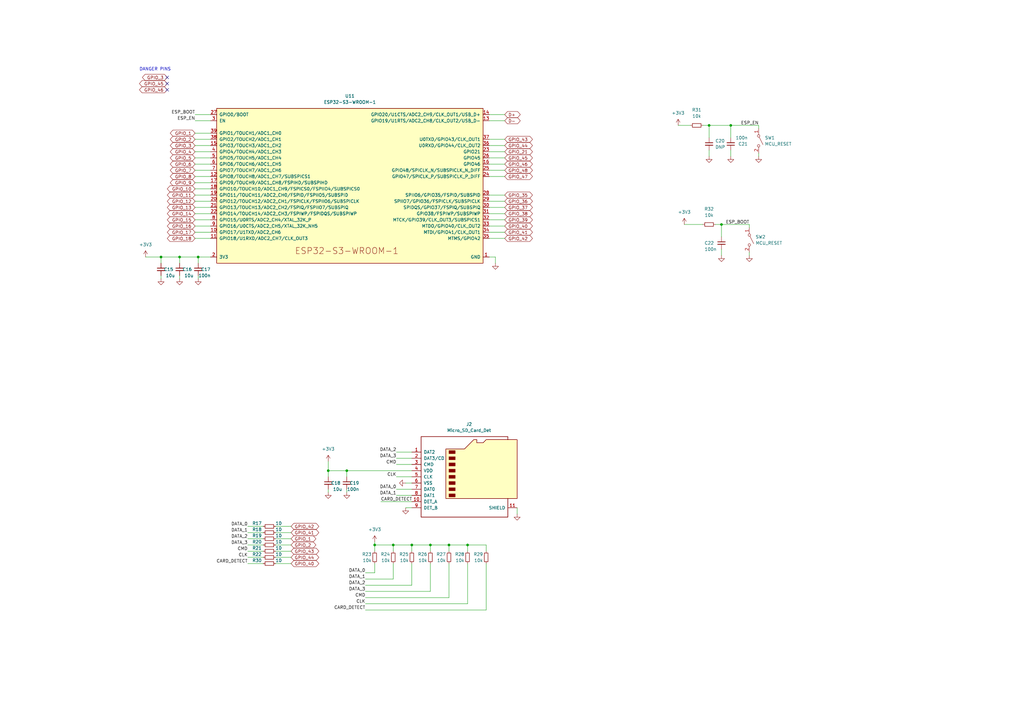
<source format=kicad_sch>
(kicad_sch (version 20211123) (generator eeschema)
  (paper "A3")
  (lib_symbols
    (symbol "Connector:Micro_SD_Card_Det" (pin_names (offset 1.016))
      (property "Reference" "J" (at -16.51 17.78 0))
      (property "Value" "Micro_SD_Card_Det" (at 16.51 17.78 0))
      (symbol "Micro_SD_Card_Det_0_1"
        (rectangle (start -7.62 -6.985) (end -5.08 -8.255) (fill (type outline)))
        (rectangle (start -7.62 -4.445) (end -5.08 -5.715) (fill (type outline)))
        (rectangle (start -7.62 -1.905) (end -5.08 -3.175) (fill (type outline)))
        (rectangle (start -7.62 0.635) (end -5.08 -0.635) (fill (type outline)))
        (rectangle (start -7.62 3.175) (end -5.08 1.905) (fill (type outline)))
        (rectangle (start -7.62 5.715) (end -5.08 4.445) (fill (type outline)))
        (rectangle (start -7.62 8.255) (end -5.08 6.985) (fill (type outline)))
        (rectangle (start -7.62 10.795) (end -5.08 9.525) (fill (type outline)))
        (polyline (pts (xy 16.51 15.24) (xy 16.51 16.51) (xy -19.05 16.51) (xy -19.05 -16.51) (xy 16.51 -16.51) (xy 16.51 -8.89)) (stroke (width 0.254)))
        (polyline (pts (xy -8.89 -8.89) (xy -8.89 11.43) (xy -1.27 11.43) (xy 2.54 15.24) (xy 3.81 15.24) (xy 3.81 13.97) (xy 6.35 13.97) (xy 7.62 15.24) (xy 20.32 15.24) (xy 20.32 -8.89) (xy -8.89 -8.89)) (stroke (width 0.254)) (fill (type background)))
      )
      (symbol "Micro_SD_Card_Det_1_1"
        (pin bidirectional line (at -22.86 10.16 0) (length 3.81) (name "DAT2") (number "1"))
        (pin passive line (at -22.86 -10.16 0) (length 3.81) (name "DET_A") (number "10"))
        (pin passive line (at 20.32 -12.7 180) (length 3.81) (name "SHIELD") (number "11"))
        (pin bidirectional line (at -22.86 7.62 0) (length 3.81) (name "DAT3/CD") (number "2"))
        (pin input line (at -22.86 5.08 0) (length 3.81) (name "CMD") (number "3"))
        (pin power_in line (at -22.86 2.54 0) (length 3.81) (name "VDD") (number "4"))
        (pin input line (at -22.86 0 0) (length 3.81) (name "CLK") (number "5"))
        (pin power_in line (at -22.86 -2.54 0) (length 3.81) (name "VSS") (number "6"))
        (pin bidirectional line (at -22.86 -5.08 0) (length 3.81) (name "DAT0") (number "7"))
        (pin bidirectional line (at -22.86 -7.62 0) (length 3.81) (name "DAT1") (number "8"))
        (pin passive line (at -22.86 -12.7 0) (length 3.81) (name "DET_B") (number "9"))
      )
    )
    (symbol "Device:C_Small" (pin_numbers hide) (pin_names (offset 0.254) hide)
      (property "Reference" "C" (at 0.254 1.778 0))
      (property "Value" "C_Small" (at 0.254 -2.032 0))
      (symbol "C_Small_0_1"
        (polyline (pts (xy -1.524 -0.508) (xy 1.524 -0.508)) (stroke (width 0.3302)))
        (polyline (pts (xy -1.524 0.508) (xy 1.524 0.508)) (stroke (width 0.3048)))
      )
      (symbol "C_Small_1_1"
        (pin passive line (at 0 2.54 270) (length 2.032) (name "~") (number "1"))
        (pin passive line (at 0 -2.54 90) (length 2.032) (name "~") (number "2"))
      )
    )
    (symbol "Device:R_Small" (pin_numbers hide) (pin_names (offset 0.254) hide)
      (property "Reference" "R" (at 0.762 0.508 0))
      (property "Value" "R_Small" (at 0.762 -1.016 0))
      (symbol "R_Small_0_1"
        (rectangle (start -0.762 1.778) (end 0.762 -1.778) (stroke (width 0.2032)))
      )
      (symbol "R_Small_1_1"
        (pin passive line (at 0 2.54 270) (length 0.762) (name "~") (number "1"))
        (pin passive line (at 0 -2.54 90) (length 0.762) (name "~") (number "2"))
      )
    )
    (symbol "Espressif:ESP32-S3-WROOM-1" (pin_names (offset 1.016))
      (property "Reference" "U" (at -53.34 38.1 0))
      (property "Value" "ESP32-S3-WROOM-1" (at -53.34 35.56 0))
      (symbol "ESP32-S3-WROOM-1_0_0"
        (rectangle (start -53.34 33.02) (end 55.88 -30.48) (stroke (width 0.254)) (fill (type background)))
        (text "ESP32-S3-WROOM-1" (at 0 -25.4 0) (effects (font (size 2.54 2.54))))
        (pin power_in line (at 58.42 -27.94 180) (length 2.54) (name "GND") (number "1"))
        (pin bidirectional line (at -55.88 -17.78 0) (length 2.54) (name "GPIO17/U1TXD/ADC2_CH6") (number "10"))
        (pin bidirectional line (at -55.88 -20.32 0) (length 2.54) (name "GPIO18/U1RXD/ADC2_CH7/CLK_OUT3") (number "11"))
        (pin bidirectional line (at -55.88 5.08 0) (length 2.54) (name "GPIO8/TOUCH8/ADC1_CH7/SUBSPICS1") (number "12"))
        (pin bidirectional line (at 58.42 27.94 180) (length 2.54) (name "GPIO19/U1RTS/ADC2_CH8/CLK_OUT2/USB_D-") (number "13"))
        (pin bidirectional line (at 58.42 30.48 180) (length 2.54) (name "GPIO20/U1CTS/ADC2_CH9/CLK_OUT1/USB_D+") (number "14"))
        (pin bidirectional line (at -55.88 17.78 0) (length 2.54) (name "GPIO3/TOUCH3/ADC1_CH2") (number "15"))
        (pin bidirectional line (at 58.42 10.16 180) (length 2.54) (name "GPIO46") (number "16"))
        (pin bidirectional line (at -55.88 2.54 0) (length 2.54) (name "GPIO9/TOUCH9/ADC1_CH8/FSPIHD/SUBSPIHD") (number "17"))
        (pin bidirectional line (at -55.88 0 0) (length 2.54) (name "GPIO10/TOUCH10/ADC1_CH9/FSPICS0/FSPIIO4/SUBSPICS0") (number "18"))
        (pin bidirectional line (at -55.88 -2.54 0) (length 2.54) (name "GPIO11/TOUCH11/ADC2_CH0/FSPID/FSPIIO5/SUBSPID") (number "19"))
        (pin power_in line (at -55.88 -27.94 0) (length 2.54) (name "3V3") (number "2"))
        (pin bidirectional line (at -55.88 -5.08 0) (length 2.54) (name "GPIO12/TOUCH12/ADC2_CH1/FSPICLK/FSPIIO6/SUBSPICLK") (number "20"))
        (pin bidirectional line (at -55.88 -7.62 0) (length 2.54) (name "GPIO13/TOUCH13/ADC2_CH2/FSPIQ/FSPIIO7/SUBSPIQ") (number "21"))
        (pin bidirectional line (at -55.88 -10.16 0) (length 2.54) (name "GPIO14/TOUCH14/ADC2_CH3/FSPIWP/FSPIDQS/SUBSPIWP") (number "22"))
        (pin bidirectional line (at 58.42 15.24 180) (length 2.54) (name "GPIO21") (number "23"))
        (pin bidirectional line (at 58.42 5.08 180) (length 2.54) (name "GPIO47/SPICLK_P/SUBSPICLK_P_DIFF") (number "24"))
        (pin bidirectional line (at 58.42 7.62 180) (length 2.54) (name "GPIO48/SPICLK_N/SUBSPICLK_N_DIFF") (number "25"))
        (pin bidirectional line (at 58.42 12.7 180) (length 2.54) (name "GPIO45") (number "26"))
        (pin bidirectional line (at -55.88 30.48 0) (length 2.54) (name "GPIO0/BOOT") (number "27"))
        (pin bidirectional line (at 58.42 -2.54 180) (length 2.54) (name "SPIIO6/GPIO35/FSPID/SUBSPID") (number "28"))
        (pin bidirectional line (at 58.42 -5.08 180) (length 2.54) (name "SPIIO7/GPIO36/FSPICLK/SUBSPICLK") (number "29"))
        (pin input line (at -55.88 27.94 0) (length 2.54) (name "EN") (number "3"))
        (pin bidirectional line (at 58.42 -7.62 180) (length 2.54) (name "SPIDQS/GPIO37/FSPIQ/SUBSPIQ") (number "30"))
        (pin bidirectional line (at 58.42 -10.16 180) (length 2.54) (name "GPIO38/FSPIWP/SUBSPIWP") (number "31"))
        (pin bidirectional line (at 58.42 -12.7 180) (length 2.54) (name "MTCK/GPIO39/CLK_OUT3/SUBSPICS1") (number "32"))
        (pin bidirectional line (at 58.42 -15.24 180) (length 2.54) (name "MTDO/GPIO40/CLK_OUT2") (number "33"))
        (pin bidirectional line (at 58.42 -17.78 180) (length 2.54) (name "MTDI/GPIO41/CLK_OUT1") (number "34"))
        (pin bidirectional line (at 58.42 -20.32 180) (length 2.54) (name "MTMS/GPIO42") (number "35"))
        (pin bidirectional line (at 58.42 17.78 180) (length 2.54) (name "U0RXD/GPIO44/CLK_OUT2") (number "36"))
        (pin bidirectional line (at 58.42 20.32 180) (length 2.54) (name "U0TXD/GPIO43/CLK_OUT1") (number "37"))
        (pin bidirectional line (at -55.88 20.32 0) (length 2.54) (name "GPIO2/TOUCH2/ADC1_CH1") (number "38"))
        (pin bidirectional line (at -55.88 22.86 0) (length 2.54) (name "GPIO1/TOUCH1/ADC1_CH0") (number "39"))
        (pin bidirectional line (at -55.88 15.24 0) (length 2.54) (name "GPIO4/TOUCH4/ADC1_CH3") (number "4"))
        (pin passive line (at 58.42 -27.94 180) (length 2.54) hide (name "GND") (number "40"))
        (pin passive line (at 58.42 -27.94 180) (length 2.54) hide (name "GND") (number "41"))
        (pin bidirectional line (at -55.88 12.7 0) (length 2.54) (name "GPIO5/TOUCH5/ADC1_CH4") (number "5"))
        (pin bidirectional line (at -55.88 10.16 0) (length 2.54) (name "GPIO6/TOUCH6/ADC1_CH5") (number "6"))
        (pin bidirectional line (at -55.88 7.62 0) (length 2.54) (name "GPIO7/TOUCH7/ADC1_CH6") (number "7"))
        (pin bidirectional line (at -55.88 -12.7 0) (length 2.54) (name "GPIO15/U0RTS/ADC2_CH4/XTAL_32K_P") (number "8"))
        (pin bidirectional line (at -55.88 -15.24 0) (length 2.54) (name "GPIO16/U0CTS/ADC2_CH5/XTAL_32K_NH5") (number "9"))
      )
    )
    (symbol "Switch:SW_SPST" (pin_names (offset 0) hide)
      (property "Reference" "SW" (at 0 3.175 0))
      (property "Value" "SW_SPST" (at 0 -2.54 0))
      (symbol "SW_SPST_0_0"
        (circle (center -2.032 0) (radius 0.508))
        (polyline (pts (xy -1.524 0.254) (xy 1.524 1.778)))
        (circle (center 2.032 0) (radius 0.508))
      )
      (symbol "SW_SPST_1_1"
        (pin passive line (at -5.08 0 0) (length 2.54) (name "A") (number "1"))
        (pin passive line (at 5.08 0 180) (length 2.54) (name "B") (number "2"))
      )
    )
    (symbol "power:+3V3" (power) (pin_names (offset 0))
      (property "Value" "+3V3" (at 0 3.556 0))
      (symbol "+3V3_0_1"
        (polyline (pts (xy -0.762 1.27) (xy 0 2.54)))
        (polyline (pts (xy 0 0) (xy 0 2.54)))
        (polyline (pts (xy 0 2.54) (xy 0.762 1.27)))
      )
      (symbol "+3V3_1_1"
        (pin power_in line (at 0 0 90) (length 0) hide (name "+3V3") (number "1"))
      )
    )
    (symbol "power:GND" (power) (pin_names (offset 0))
      (property "Value" "GND" (at 0 -3.81 0))
      (symbol "GND_0_1"
        (polyline (pts (xy 0 0) (xy 0 -1.27) (xy 1.27 -1.27) (xy 0 -2.54) (xy -1.27 -1.27) (xy 0 -1.27)))
      )
      (symbol "GND_1_1"
        (pin power_in line (at 0 0 270) (length 0) hide (name "GND") (number "1"))
      )
    )
  )
  (junction (at 161.29 223.52))
  (junction (at 184.15 223.52))
  (junction (at 168.91 223.52))
  (junction (at 153.67 223.52))
  (junction (at 191.77 223.52))
  (junction (at 142.24 193.04))
  (junction (at 176.53 223.52))
  (junction (at 295.91 92.075))
  (junction (at 81.28 105.41))
  (junction (at 290.83 51.435))
  (junction (at 73.66 105.41))
  (junction (at 299.72 51.435))
  (junction (at 134.62 193.04))
  (junction (at 66.04 105.41))
  (no_connect (at 68.58 36.83))
  (no_connect (at 68.58 34.29))
  (no_connect (at 68.58 31.75))
  (wire (pts (xy 113.03 220.98) (xy 119.38 220.98)))
  (wire (pts (xy 86.36 105.41) (xy 81.28 105.41)))
  (wire (pts (xy 184.15 223.52) (xy 191.77 223.52)))
  (wire (pts (xy 207.01 72.39) (xy 200.66 72.39)))
  (wire (pts (xy 59.69 105.41) (xy 66.04 105.41)))
  (wire (pts (xy 299.72 51.435) (xy 311.15 51.435)))
  (wire (pts (xy 191.77 247.65) (xy 191.77 231.14)))
  (wire (pts (xy 207.01 87.63) (xy 200.66 87.63)))
  (wire (pts (xy 113.03 218.44) (xy 119.38 218.44)))
  (wire (pts (xy 176.53 223.52) (xy 176.53 226.06)))
  (wire (pts (xy 142.24 193.04) (xy 142.24 195.58)))
  (wire (pts (xy 149.86 250.19) (xy 199.39 250.19)))
  (wire (pts (xy 290.83 56.515) (xy 290.83 51.435)))
  (wire (pts (xy 207.01 67.31) (xy 200.66 67.31)))
  (wire (pts (xy 80.01 74.93) (xy 86.36 74.93)))
  (wire (pts (xy 207.01 62.23) (xy 200.66 62.23)))
  (wire (pts (xy 80.01 57.15) (xy 86.36 57.15)))
  (wire (pts (xy 176.53 242.57) (xy 176.53 231.14)))
  (wire (pts (xy 207.01 57.15) (xy 200.66 57.15)))
  (wire (pts (xy 295.91 92.075) (xy 293.37 92.075)))
  (wire (pts (xy 80.01 87.63) (xy 86.36 87.63)))
  (wire (pts (xy 278.13 51.435) (xy 283.21 51.435)))
  (wire (pts (xy 162.56 187.96) (xy 168.91 187.96)))
  (wire (pts (xy 149.86 237.49) (xy 161.29 237.49)))
  (wire (pts (xy 207.01 49.53) (xy 200.66 49.53)))
  (wire (pts (xy 113.03 226.06) (xy 119.38 226.06)))
  (wire (pts (xy 207.01 80.01) (xy 200.66 80.01)))
  (wire (pts (xy 162.56 195.58) (xy 168.91 195.58)))
  (wire (pts (xy 161.29 237.49) (xy 161.29 231.14)))
  (wire (pts (xy 207.01 92.71) (xy 200.66 92.71)))
  (wire (pts (xy 311.15 62.865) (xy 311.15 64.135)))
  (wire (pts (xy 73.66 113.03) (xy 73.66 114.3)))
  (wire (pts (xy 156.21 205.74) (xy 168.91 205.74)))
  (wire (pts (xy 207.01 95.25) (xy 200.66 95.25)))
  (wire (pts (xy 80.01 80.01) (xy 86.36 80.01)))
  (wire (pts (xy 168.91 223.52) (xy 168.91 226.06)))
  (wire (pts (xy 80.01 49.53) (xy 86.36 49.53)))
  (wire (pts (xy 203.2 105.41) (xy 203.2 107.95)))
  (wire (pts (xy 161.29 223.52) (xy 168.91 223.52)))
  (wire (pts (xy 299.72 61.595) (xy 299.72 64.135)))
  (wire (pts (xy 191.77 223.52) (xy 191.77 226.06)))
  (wire (pts (xy 80.01 54.61) (xy 86.36 54.61)))
  (wire (pts (xy 113.03 215.9) (xy 119.38 215.9)))
  (wire (pts (xy 299.72 56.515) (xy 299.72 51.435)))
  (wire (pts (xy 134.62 189.23) (xy 134.62 193.04)))
  (wire (pts (xy 288.29 51.435) (xy 290.83 51.435)))
  (wire (pts (xy 295.91 97.155) (xy 295.91 92.075)))
  (wire (pts (xy 162.56 203.2) (xy 168.91 203.2)))
  (wire (pts (xy 184.15 231.14) (xy 184.15 245.11)))
  (wire (pts (xy 203.2 105.41) (xy 200.66 105.41)))
  (wire (pts (xy 80.01 85.09) (xy 86.36 85.09)))
  (wire (pts (xy 134.62 200.66) (xy 134.62 201.93)))
  (wire (pts (xy 80.01 77.47) (xy 86.36 77.47)))
  (wire (pts (xy 184.15 245.11) (xy 149.86 245.11)))
  (wire (pts (xy 212.09 208.28) (xy 212.09 210.82)))
  (wire (pts (xy 199.39 223.52) (xy 199.39 226.06)))
  (wire (pts (xy 80.01 59.69) (xy 86.36 59.69)))
  (wire (pts (xy 207.01 85.09) (xy 200.66 85.09)))
  (wire (pts (xy 191.77 223.52) (xy 199.39 223.52)))
  (wire (pts (xy 134.62 193.04) (xy 134.62 195.58)))
  (wire (pts (xy 80.01 46.99) (xy 86.36 46.99)))
  (wire (pts (xy 207.01 90.17) (xy 200.66 90.17)))
  (wire (pts (xy 153.67 231.14) (xy 153.67 234.95)))
  (wire (pts (xy 101.6 218.44) (xy 107.95 218.44)))
  (wire (pts (xy 101.6 223.52) (xy 107.95 223.52)))
  (wire (pts (xy 207.01 97.79) (xy 200.66 97.79)))
  (wire (pts (xy 168.91 231.14) (xy 168.91 240.03)))
  (wire (pts (xy 153.67 222.25) (xy 153.67 223.52)))
  (wire (pts (xy 176.53 223.52) (xy 184.15 223.52)))
  (wire (pts (xy 161.29 223.52) (xy 161.29 226.06)))
  (wire (pts (xy 66.04 105.41) (xy 73.66 105.41)))
  (wire (pts (xy 168.91 198.12) (xy 166.37 198.12)))
  (wire (pts (xy 81.28 113.03) (xy 81.28 114.3)))
  (wire (pts (xy 81.28 105.41) (xy 73.66 105.41)))
  (wire (pts (xy 207.01 46.99) (xy 200.66 46.99)))
  (wire (pts (xy 80.01 95.25) (xy 86.36 95.25)))
  (wire (pts (xy 290.83 61.595) (xy 290.83 64.135)))
  (wire (pts (xy 101.6 231.14) (xy 107.95 231.14)))
  (wire (pts (xy 80.01 62.23) (xy 86.36 62.23)))
  (wire (pts (xy 153.67 223.52) (xy 153.67 226.06)))
  (wire (pts (xy 207.01 64.77) (xy 200.66 64.77)))
  (wire (pts (xy 80.01 67.31) (xy 86.36 67.31)))
  (wire (pts (xy 66.04 105.41) (xy 66.04 107.95)))
  (wire (pts (xy 162.56 200.66) (xy 168.91 200.66)))
  (wire (pts (xy 295.91 102.235) (xy 295.91 104.775)))
  (wire (pts (xy 101.6 228.6) (xy 107.95 228.6)))
  (wire (pts (xy 80.01 64.77) (xy 86.36 64.77)))
  (wire (pts (xy 280.67 92.075) (xy 288.29 92.075)))
  (wire (pts (xy 207.01 82.55) (xy 200.66 82.55)))
  (wire (pts (xy 295.91 92.075) (xy 307.34 92.075)))
  (wire (pts (xy 307.34 93.345) (xy 307.34 92.075)))
  (wire (pts (xy 80.01 97.79) (xy 86.36 97.79)))
  (wire (pts (xy 207.01 59.69) (xy 200.66 59.69)))
  (wire (pts (xy 149.86 247.65) (xy 191.77 247.65)))
  (wire (pts (xy 184.15 223.52) (xy 184.15 226.06)))
  (wire (pts (xy 199.39 231.14) (xy 199.39 250.19)))
  (wire (pts (xy 73.66 105.41) (xy 73.66 107.95)))
  (wire (pts (xy 66.04 113.03) (xy 66.04 114.3)))
  (wire (pts (xy 311.15 51.435) (xy 311.15 52.705)))
  (wire (pts (xy 113.03 231.14) (xy 119.38 231.14)))
  (wire (pts (xy 162.56 185.42) (xy 168.91 185.42)))
  (wire (pts (xy 168.91 223.52) (xy 176.53 223.52)))
  (wire (pts (xy 168.91 240.03) (xy 149.86 240.03)))
  (wire (pts (xy 142.24 200.66) (xy 142.24 201.93)))
  (wire (pts (xy 101.6 220.98) (xy 107.95 220.98)))
  (wire (pts (xy 81.28 105.41) (xy 81.28 107.95)))
  (wire (pts (xy 80.01 69.85) (xy 86.36 69.85)))
  (wire (pts (xy 134.62 193.04) (xy 142.24 193.04)))
  (wire (pts (xy 80.01 90.17) (xy 86.36 90.17)))
  (wire (pts (xy 113.03 223.52) (xy 119.38 223.52)))
  (wire (pts (xy 153.67 223.52) (xy 161.29 223.52)))
  (wire (pts (xy 166.37 208.28) (xy 168.91 208.28)))
  (wire (pts (xy 207.01 69.85) (xy 200.66 69.85)))
  (wire (pts (xy 80.01 72.39) (xy 86.36 72.39)))
  (wire (pts (xy 162.56 190.5) (xy 168.91 190.5)))
  (wire (pts (xy 101.6 215.9) (xy 107.95 215.9)))
  (wire (pts (xy 149.86 242.57) (xy 176.53 242.57)))
  (wire (pts (xy 142.24 193.04) (xy 168.91 193.04)))
  (wire (pts (xy 113.03 228.6) (xy 119.38 228.6)))
  (wire (pts (xy 307.34 103.505) (xy 307.34 104.775)))
  (wire (pts (xy 80.01 82.55) (xy 86.36 82.55)))
  (wire (pts (xy 101.6 226.06) (xy 107.95 226.06)))
  (wire (pts (xy 80.01 92.71) (xy 86.36 92.71)))
  (wire (pts (xy 153.67 234.95) (xy 149.86 234.95)))
  (wire (pts (xy 290.83 51.435) (xy 299.72 51.435)))
  (text "DANGER PINS\n" (at 57.15 29.21 0) (effects (font (size 1.27 1.27)) (justify left bottom)))
  (label "CLK" (at 101.6 228.6 180))
  (label "ESP_EN" (at 311.15 51.435 180))
  (label "DATA_3" (at 149.86 242.57 180))
  (label "DATA_3" (at 101.6 223.52 180))
  (label "DATA_2" (at 162.56 185.42 180))
  (label "ESP_BOOT" (at 80.01 46.99 180))
  (label "DATA_1" (at 162.56 203.2 180))
  (label "DATA_0" (at 162.56 200.66 180))
  (label "DATA_3" (at 162.56 187.96 180))
  (label "DATA_2" (at 149.86 240.03 180))
  (label "DATA_0" (at 101.6 215.9 180))
  (label "CMD" (at 101.6 226.06 180))
  (label "CARD_DETECT" (at 156.21 205.74 0))
  (label "CARD_DETECT" (at 101.6 231.14 180))
  (label "ESP_BOOT" (at 307.34 92.075 180))
  (label "CLK" (at 162.56 195.58 180))
  (label "CMD" (at 149.86 245.11 180))
  (label "DATA_1" (at 149.86 237.49 180))
  (label "CMD" (at 162.56 190.5 180))
  (label "CARD_DETECT" (at 149.86 250.19 180))
  (label "ESP_EN" (at 80.01 49.53 180))
  (label "DATA_2" (at 101.6 220.98 180))
  (label "DATA_1" (at 101.6 218.44 180))
  (label "DATA_0" (at 149.86 234.95 180))
  (label "CLK" (at 149.86 247.65 180))
  (global_label "GPIO_39" (shape bidirectional) (at 207.01 90.17 0) (property "Intersheet References" "${INTERSHEET_REFS}" (effects hide)))
  (global_label "GPIO_18" (shape bidirectional) (at 80.01 97.79 180) (property "Intersheet References" "${INTERSHEET_REFS}" (effects hide)))
  (global_label "GPIO_6" (shape bidirectional) (at 80.01 67.31 180) (property "Intersheet References" "${INTERSHEET_REFS}" (effects hide)))
  (global_label "GPIO_40" (shape bidirectional) (at 119.38 231.14 0) (property "Intersheet References" "${INTERSHEET_REFS}" (effects hide)))
  (global_label "GPIO_4" (shape bidirectional) (at 80.01 62.23 180) (property "Intersheet References" "${INTERSHEET_REFS}" (effects hide)))
  (global_label "GPIO_7" (shape bidirectional) (at 80.01 69.85 180) (property "Intersheet References" "${INTERSHEET_REFS}" (effects hide)))
  (global_label "GPIO_14" (shape bidirectional) (at 80.01 87.63 180) (property "Intersheet References" "${INTERSHEET_REFS}" (effects hide)))
  (global_label "D-" (shape bidirectional) (at 207.01 49.53 0) (property "Intersheet References" "${INTERSHEET_REFS}" (effects hide)))
  (global_label "GPIO_1" (shape bidirectional) (at 119.38 220.98 0) (property "Intersheet References" "${INTERSHEET_REFS}" (effects hide)))
  (global_label "GPIO_43" (shape bidirectional) (at 207.01 57.15 0) (property "Intersheet References" "${INTERSHEET_REFS}" (effects hide)))
  (global_label "GPIO_5" (shape bidirectional) (at 80.01 64.77 180) (property "Intersheet References" "${INTERSHEET_REFS}" (effects hide)))
  (global_label "D+" (shape bidirectional) (at 207.01 46.99 0) (property "Intersheet References" "${INTERSHEET_REFS}" (effects hide)))
  (global_label "GPIO_41" (shape bidirectional) (at 119.38 218.44 0) (property "Intersheet References" "${INTERSHEET_REFS}" (effects hide)))
  (global_label "GPIO_1" (shape bidirectional) (at 80.01 54.61 180) (property "Intersheet References" "${INTERSHEET_REFS}" (effects hide)))
  (global_label "GPIO_13" (shape bidirectional) (at 80.01 85.09 180) (property "Intersheet References" "${INTERSHEET_REFS}" (effects hide)))
  (global_label "GPIO_47" (shape bidirectional) (at 207.01 72.39 0) (property "Intersheet References" "${INTERSHEET_REFS}" (effects hide)))
  (global_label "GPIO_35" (shape bidirectional) (at 207.01 80.01 0) (property "Intersheet References" "${INTERSHEET_REFS}" (effects hide)))
  (global_label "GPIO_45" (shape bidirectional) (at 68.58 34.29 180) (property "Intersheet References" "${INTERSHEET_REFS}" (effects hide)))
  (global_label "GPIO_16" (shape bidirectional) (at 80.01 92.71 180) (property "Intersheet References" "${INTERSHEET_REFS}" (effects hide)))
  (global_label "GPIO_37" (shape bidirectional) (at 207.01 85.09 0) (property "Intersheet References" "${INTERSHEET_REFS}" (effects hide)))
  (global_label "GPIO_12" (shape bidirectional) (at 80.01 82.55 180) (property "Intersheet References" "${INTERSHEET_REFS}" (effects hide)))
  (global_label "GPIO_10" (shape bidirectional) (at 80.01 77.47 180) (property "Intersheet References" "${INTERSHEET_REFS}" (effects hide)))
  (global_label "GPIO_45" (shape bidirectional) (at 207.01 64.77 0) (property "Intersheet References" "${INTERSHEET_REFS}" (effects hide)))
  (global_label "GPIO_15" (shape bidirectional) (at 80.01 90.17 180) (property "Intersheet References" "${INTERSHEET_REFS}" (effects hide)))
  (global_label "GPIO_44" (shape bidirectional) (at 207.01 59.69 0) (property "Intersheet References" "${INTERSHEET_REFS}" (effects hide)))
  (global_label "GPIO_2" (shape bidirectional) (at 80.01 57.15 180) (property "Intersheet References" "${INTERSHEET_REFS}" (effects hide)))
  (global_label "GPIO_8" (shape bidirectional) (at 80.01 72.39 180) (property "Intersheet References" "${INTERSHEET_REFS}" (effects hide)))
  (global_label "GPIO_43" (shape bidirectional) (at 119.38 226.06 0) (property "Intersheet References" "${INTERSHEET_REFS}" (effects hide)))
  (global_label "GPIO_48" (shape bidirectional) (at 207.01 69.85 0) (property "Intersheet References" "${INTERSHEET_REFS}" (effects hide)))
  (global_label "GPIO_40" (shape bidirectional) (at 207.01 92.71 0) (property "Intersheet References" "${INTERSHEET_REFS}" (effects hide)))
  (global_label "GPIO_9" (shape bidirectional) (at 80.01 74.93 180) (property "Intersheet References" "${INTERSHEET_REFS}" (effects hide)))
  (global_label "GPIO_3" (shape bidirectional) (at 68.58 31.75 180) (property "Intersheet References" "${INTERSHEET_REFS}" (effects hide)))
  (global_label "GPIO_2" (shape bidirectional) (at 119.38 223.52 0) (property "Intersheet References" "${INTERSHEET_REFS}" (effects hide)))
  (global_label "GPIO_17" (shape bidirectional) (at 80.01 95.25 180) (property "Intersheet References" "${INTERSHEET_REFS}" (effects hide)))
  (global_label "GPIO_21" (shape bidirectional) (at 207.01 62.23 0) (property "Intersheet References" "${INTERSHEET_REFS}" (effects hide)))
  (global_label "GPIO_38" (shape bidirectional) (at 207.01 87.63 0) (property "Intersheet References" "${INTERSHEET_REFS}" (effects hide)))
  (global_label "GPIO_42" (shape bidirectional) (at 119.38 215.9 0) (property "Intersheet References" "${INTERSHEET_REFS}" (effects hide)))
  (global_label "GPIO_42" (shape bidirectional) (at 207.01 97.79 0) (property "Intersheet References" "${INTERSHEET_REFS}" (effects hide)))
  (global_label "GPIO_41" (shape bidirectional) (at 207.01 95.25 0) (property "Intersheet References" "${INTERSHEET_REFS}" (effects hide)))
  (global_label "GPIO_46" (shape bidirectional) (at 207.01 67.31 0) (property "Intersheet References" "${INTERSHEET_REFS}" (effects hide)))
  (global_label "GPIO_44" (shape bidirectional) (at 119.38 228.6 0) (property "Intersheet References" "${INTERSHEET_REFS}" (effects hide)))
  (global_label "GPIO_11" (shape bidirectional) (at 80.01 80.01 180) (property "Intersheet References" "${INTERSHEET_REFS}" (effects hide)))
  (global_label "GPIO_46" (shape bidirectional) (at 68.58 36.83 180) (property "Intersheet References" "${INTERSHEET_REFS}" (effects hide)))
  (global_label "GPIO_36" (shape bidirectional) (at 207.01 82.55 0) (property "Intersheet References" "${INTERSHEET_REFS}" (effects hide)))
  (global_label "GPIO_3" (shape bidirectional) (at 80.01 59.69 180) (property "Intersheet References" "${INTERSHEET_REFS}" (effects hide)))
  (symbol (lib_id "power:GND") (at 203.2 107.95 0) (unit 1)
    (property "Reference" "#PWR037" (effects hide))
    (property "Value" "GND" (effects hide))
  )
  (symbol (lib_id "power:+3V3") (at 59.69 105.41 0) (unit 1)
    (property "Reference" "#PWR036" (effects hide))
    (property "Value" "+3V3" (at 59.69 100.33 0))
  )
  (symbol (lib_id "power:GND") (at 307.34 104.775 0) (unit 1)
    (property "Reference" "#PWR054" (effects hide))
    (property "Value" "GND" (effects hide))
  )
  (symbol (lib_id "power:+3V3") (at 278.13 51.435 0) (unit 1)
    (property "Reference" "#PWR048" (effects hide))
    (property "Value" "+3V3" (at 278.13 46.355 0))
  )
  (symbol (lib_id "Device:C_Small") (at 73.66 110.49 0) (mirror y) (unit 1)
    (property "Reference" "C16" (at 78.74 110.49 0) (effects (justify left)))
    (property "Value" "10u" (at 79.375 113.03 0) (effects (justify left)))
    (property "Footprint" "Capacitor_SMD:C_0805_2012Metric" (effects hide))
    (property "LCSC" "C15850" (effects hide))
  )
  (symbol (lib_id "Device:R_Small") (at 285.75 51.435 90) (mirror x) (unit 1)
    (property "Reference" "R31" (at 285.75 45.085 90))
    (property "Value" "10k" (at 285.75 47.625 90))
    (property "Footprint" "Resistor_SMD:R_0603_1608Metric_Pad0.98x0.95mm_HandSolder" (effects hide))
    (property "LCSC" "C25804" (effects hide))
  )
  (symbol (lib_id "power:GND") (at 66.04 114.3 0) (mirror y) (unit 1)
    (property "Reference" "#PWR038" (effects hide))
    (property "Value" "GND" (effects hide))
  )
  (symbol (lib_id "power:GND") (at 81.28 114.3 0) (mirror y) (unit 1)
    (property "Reference" "#PWR040" (effects hide))
    (property "Value" "GND" (effects hide))
  )
  (symbol (lib_id "Device:R_Small") (at 168.91 228.6 0) (mirror x) (unit 1)
    (property "Reference" "R25" (at 167.64 227.33 0) (effects (justify right)))
    (property "Value" "10k" (at 167.64 229.87 0) (effects (justify right)))
    (property "Footprint" "Resistor_SMD:R_0603_1608Metric_Pad0.98x0.95mm_HandSolder" (effects hide))
    (property "LCSC" "C25804" (effects hide))
  )
  (symbol (lib_id "power:+3V3") (at 134.62 189.23 0) (unit 1)
    (property "Reference" "#PWR041" (effects hide))
    (property "Value" "+3V3" (at 134.62 184.15 0))
  )
  (symbol (lib_id "Device:C_Small") (at 134.62 198.12 0) (mirror y) (unit 1)
    (property "Reference" "C18" (at 139.7 198.12 0) (effects (justify left)))
    (property "Value" "10u" (at 140.335 200.66 0) (effects (justify left)))
    (property "Footprint" "Capacitor_SMD:C_0805_2012Metric" (effects hide))
    (property "LCSC" "C15850" (effects hide))
  )
  (symbol (lib_id "power:+3V3") (at 280.67 92.075 0) (unit 1)
    (property "Reference" "#PWR052" (effects hide))
    (property "Value" "+3V3" (at 280.67 86.995 0))
  )
  (symbol (lib_id "power:GND") (at 299.72 64.135 0) (unit 1)
    (property "Reference" "#PWR050" (effects hide))
    (property "Value" "GND" (effects hide))
  )
  (symbol (lib_id "Device:R_Small") (at 290.83 92.075 270) (unit 1)
    (property "Reference" "R32" (at 290.83 85.725 90))
    (property "Value" "10k" (at 290.83 88.265 90))
    (property "Footprint" "Resistor_SMD:R_0603_1608Metric_Pad0.98x0.95mm_HandSolder" (effects hide))
    (property "LCSC" "C25804" (effects hide))
  )
  (symbol (lib_id "power:GND") (at 311.15 64.135 0) (unit 1)
    (property "Reference" "#PWR051" (effects hide))
    (property "Value" "GND" (effects hide))
  )
  (symbol (lib_id "Device:R_Small") (at 199.39 228.6 0) (mirror x) (unit 1)
    (property "Reference" "R29" (at 198.12 227.33 0) (effects (justify right)))
    (property "Value" "10k" (at 198.12 229.87 0) (effects (justify right)))
    (property "Footprint" "Resistor_SMD:R_0603_1608Metric_Pad0.98x0.95mm_HandSolder" (effects hide))
    (property "LCSC" "C25804" (effects hide))
  )
  (symbol (lib_id "Switch:SW_SPST") (at 311.15 57.785 270) (unit 1)
    (property "Reference" "SW1" (at 313.69 56.5149 90) (effects (justify left)))
    (property "Value" "MCU_RESET" (at 313.69 59.0549 90) (effects (justify left)))
    (property "Footprint" "SamacSys_Parts:PTS526SK15SMTR2LFS" (effects hide))
    (property "LCSC" "C318884" (effects hide))
  )
  (symbol (lib_id "Device:C_Small") (at 81.28 110.49 0) (mirror y) (unit 1)
    (property "Reference" "C17" (at 86.36 110.49 0) (effects (justify left)))
    (property "Value" "100n" (at 86.36 113.03 0) (effects (justify left)))
    (property "Footprint" "Capacitor_SMD:C_0603_1608Metric_Pad1.08x0.95mm_HandSolder" (effects hide))
    (property "LCSC" "C14663" (effects hide))
  )
  (symbol (lib_id "Connector:Micro_SD_Card_Det") (at 191.77 195.58 0) (unit 1)
    (property "Reference" "J2" (at 192.405 173.99 0))
    (property "Value" "Micro_SD_Card_Det" (at 192.405 176.53 0))
    (property "Footprint" "Connector_Card:microSD_HC_Molex_104031-0811" (effects hide))
    (property "Datasheet" "https://www.hirose.com/product/en/download_file/key_name/DM3/category/Catalog/doc_file_id/49662/?file_category_id=4&item_id=195&is_series=1" (effects hide))
    (property "site" "https://jlcpcb.com/partdetail/Molex-1040310811/C585350" (effects hide))
    (property "LCSC" "C585350" (effects hide))
  )
  (symbol (lib_id "power:GND") (at 290.83 64.135 0) (unit 1)
    (property "Reference" "#PWR049" (effects hide))
    (property "Value" "GND" (effects hide))
  )
  (symbol (lib_id "Device:R_Small") (at 191.77 228.6 0) (mirror x) (unit 1)
    (property "Reference" "R28" (at 190.5 227.33 0) (effects (justify right)))
    (property "Value" "10k" (at 190.5 229.87 0) (effects (justify right)))
    (property "Footprint" "Resistor_SMD:R_0603_1608Metric_Pad0.98x0.95mm_HandSolder" (effects hide))
    (property "LCSC" "C25804" (effects hide))
  )
  (symbol (lib_id "Device:R_Small") (at 110.49 231.14 90) (unit 1)
    (property "Reference" "R30" (at 105.41 229.87 90))
    (property "Value" "10" (at 114.3 229.87 90))
    (property "Footprint" "Resistor_SMD:R_0402_1005Metric" (effects hide))
    (property "Datasheet" "https://jlcpcb.com/partdetail/25820-0402WGF100JTCE/C25077" (effects hide))
    (property "LCSC" "C25077" (effects hide))
  )
  (symbol (lib_id "power:GND") (at 166.37 208.28 0) (unit 1)
    (property "Reference" "#PWR045" (effects hide))
    (property "Value" "GND" (effects hide))
  )
  (symbol (lib_id "power:GND") (at 134.62 201.93 0) (mirror y) (unit 1)
    (property "Reference" "#PWR043" (effects hide))
    (property "Value" "GND" (effects hide))
  )
  (symbol (lib_id "Device:C_Small") (at 142.24 198.12 0) (mirror y) (unit 1)
    (property "Reference" "C19" (at 147.32 198.12 0) (effects (justify left)))
    (property "Value" "100n" (at 147.32 200.66 0) (effects (justify left)))
    (property "Footprint" "Capacitor_SMD:C_0603_1608Metric_Pad1.08x0.95mm_HandSolder" (effects hide))
    (property "LCSC" "C14663" (effects hide))
  )
  (symbol (lib_id "Device:C_Small") (at 299.72 59.055 180) (unit 1)
    (property "Reference" "C21" (at 306.705 59.055 0) (effects (justify left)))
    (property "Value" "100n" (at 306.705 56.515 0) (effects (justify left)))
    (property "Footprint" "Capacitor_SMD:C_0603_1608Metric_Pad1.08x0.95mm_HandSolder" (effects hide))
    (property "LCSC" "C14663" (effects hide))
  )
  (symbol (lib_id "Device:R_Small") (at 110.49 220.98 90) (unit 1)
    (property "Reference" "R19" (at 105.41 219.71 90))
    (property "Value" "10" (at 114.3 219.71 90))
    (property "Footprint" "Resistor_SMD:R_0402_1005Metric" (effects hide))
    (property "Datasheet" "https://jlcpcb.com/partdetail/25820-0402WGF100JTCE/C25077" (effects hide))
    (property "LCSC" "C25077" (effects hide))
  )
  (symbol (lib_id "power:GND") (at 212.09 210.82 0) (unit 1)
    (property "Reference" "#PWR046" (effects hide))
    (property "Value" "GND" (effects hide))
  )
  (symbol (lib_id "power:GND") (at 166.37 198.12 270) (unit 1)
    (property "Reference" "#PWR042" (effects hide))
    (property "Value" "GND" (effects hide))
  )
  (symbol (lib_id "Device:R_Small") (at 161.29 228.6 0) (mirror x) (unit 1)
    (property "Reference" "R24" (at 160.02 227.33 0) (effects (justify right)))
    (property "Value" "10k" (at 160.02 229.87 0) (effects (justify right)))
    (property "Footprint" "Resistor_SMD:R_0603_1608Metric_Pad0.98x0.95mm_HandSolder" (effects hide))
    (property "LCSC" "C25804" (effects hide))
  )
  (symbol (lib_id "Device:C_Small") (at 66.04 110.49 0) (mirror y) (unit 1)
    (property "Reference" "C15" (at 71.12 110.49 0) (effects (justify left)))
    (property "Value" "10u" (at 71.755 113.03 0) (effects (justify left)))
    (property "Footprint" "Capacitor_SMD:C_0805_2012Metric" (effects hide))
    (property "LCSC" "C15850" (effects hide))
  )
  (symbol (lib_id "Device:R_Small") (at 153.67 228.6 0) (mirror x) (unit 1)
    (property "Reference" "R23" (at 152.4 227.33 0) (effects (justify right)))
    (property "Value" "10k" (at 152.4 229.87 0) (effects (justify right)))
    (property "Footprint" "Resistor_SMD:R_0603_1608Metric_Pad0.98x0.95mm_HandSolder" (effects hide))
    (property "LCSC" "C25804" (effects hide))
  )
  (symbol (lib_id "Switch:SW_SPST") (at 307.34 98.425 270) (unit 1)
    (property "Reference" "SW2" (at 309.88 97.1549 90) (effects (justify left)))
    (property "Value" "MCU_RESET" (at 309.88 99.6949 90) (effects (justify left)))
    (property "Footprint" "SamacSys_Parts:PTS526SK15SMTR2LFS" (effects hide))
    (property "LCSC" "C318884" (effects hide))
  )
  (symbol (lib_id "power:GND") (at 142.24 201.93 0) (mirror y) (unit 1)
    (property "Reference" "#PWR044" (effects hide))
    (property "Value" "GND" (effects hide))
  )
  (symbol (lib_id "Device:C_Small") (at 290.83 59.055 0) (unit 1)
    (property "Reference" "C20" (at 293.37 57.7912 0) (effects (justify left)))
    (property "Value" "DNP" (at 293.37 60.3312 0) (effects (justify left)))
    (property "Footprint" "Capacitor_SMD:C_0603_1608Metric_Pad1.08x0.95mm_HandSolder" (effects hide))
  )
  (symbol (lib_id "power:GND") (at 73.66 114.3 0) (mirror y) (unit 1)
    (property "Reference" "#PWR039" (effects hide))
    (property "Value" "GND" (effects hide))
  )
  (symbol (lib_id "Device:R_Small") (at 176.53 228.6 0) (mirror x) (unit 1)
    (property "Reference" "R26" (at 175.26 227.33 0) (effects (justify right)))
    (property "Value" "10k" (at 175.26 229.87 0) (effects (justify right)))
    (property "Footprint" "Resistor_SMD:R_0603_1608Metric_Pad0.98x0.95mm_HandSolder" (effects hide))
    (property "LCSC" "C25804" (effects hide))
  )
  (symbol (lib_id "Device:R_Small") (at 184.15 228.6 0) (mirror x) (unit 1)
    (property "Reference" "R27" (at 182.88 227.33 0) (effects (justify right)))
    (property "Value" "10k" (at 182.88 229.87 0) (effects (justify right)))
    (property "Footprint" "Resistor_SMD:R_0603_1608Metric_Pad0.98x0.95mm_HandSolder" (effects hide))
    (property "LCSC" "C25804" (effects hide))
  )
  (symbol (lib_id "power:+3V3") (at 153.67 222.25 0) (unit 1)
    (property "Reference" "#PWR047" (effects hide))
    (property "Value" "+3V3" (at 153.67 217.17 0))
  )
  (symbol (lib_id "Device:R_Small") (at 110.49 228.6 90) (unit 1)
    (property "Reference" "R22" (at 105.41 227.33 90))
    (property "Value" "10" (at 114.3 227.33 90))
    (property "Footprint" "Resistor_SMD:R_0402_1005Metric" (effects hide))
    (property "Datasheet" "https://jlcpcb.com/partdetail/25820-0402WGF100JTCE/C25077" (effects hide))
    (property "LCSC" "C25077" (effects hide))
  )
  (symbol (lib_id "Device:R_Small") (at 110.49 215.9 90) (unit 1)
    (property "Reference" "R17" (at 105.41 214.63 90))
    (property "Value" "10" (at 114.3 214.63 90))
    (property "Footprint" "Resistor_SMD:R_0402_1005Metric" (effects hide))
    (property "Datasheet" "https://jlcpcb.com/partdetail/25820-0402WGF100JTCE/C25077" (effects hide))
    (property "LCSC" "C25077" (effects hide))
  )
  (symbol (lib_id "power:GND") (at 295.91 104.775 0) (unit 1)
    (property "Reference" "#PWR053" (effects hide))
    (property "Value" "GND" (effects hide))
  )
  (symbol (lib_id "Device:R_Small") (at 110.49 223.52 90) (unit 1)
    (property "Reference" "R20" (at 105.41 222.25 90))
    (property "Value" "10" (at 114.3 222.25 90))
    (property "Footprint" "Resistor_SMD:R_0402_1005Metric" (effects hide))
    (property "Datasheet" "https://jlcpcb.com/partdetail/25820-0402WGF100JTCE/C25077" (effects hide))
    (property "LCSC" "C25077" (effects hide))
  )
  (symbol (lib_id "Device:R_Small") (at 110.49 226.06 90) (unit 1)
    (property "Reference" "R21" (at 105.41 224.79 90))
    (property "Value" "10" (at 114.3 224.79 90))
    (property "Footprint" "Resistor_SMD:R_0402_1005Metric" (effects hide))
    (property "Datasheet" "https://jlcpcb.com/partdetail/25820-0402WGF100JTCE/C25077" (effects hide))
    (property "LCSC" "C25077" (effects hide))
  )
  (symbol (lib_id "Espressif:ESP32-S3-WROOM-1") (at 142.24 77.47 0) (unit 1)
    (property "Reference" "U11" (at 143.51 39.37 0))
    (property "Value" "ESP32-S3-WROOM-1" (at 143.51 41.91 0))
    (property "Footprint" "Espressif:ESP32-S3-WROOM-1" (effects hide))
    (property "Datasheet" "https://www.espressif.com/sites/default/files/documentation/esp32-s3-wroom-1_wroom-1u_datasheet_en.pdf" (effects hide))
    (property "site" "https://jlcpcb.com/partdetail/3198302-ESP32_S3_WROOM_1N8R2/C2913204" (effects hide))
    (property "LCSC" "C2913204" (effects hide))
  )
  (symbol (lib_id "Device:R_Small") (at 110.49 218.44 90) (unit 1)
    (property "Reference" "R18" (at 105.41 217.17 90))
    (property "Value" "10" (at 114.3 217.17 90))
    (property "Footprint" "Resistor_SMD:R_0402_1005Metric" (effects hide))
    (property "Datasheet" "https://jlcpcb.com/partdetail/25820-0402WGF100JTCE/C25077" (effects hide))
    (property "LCSC" "C25077" (effects hide))
  )
  (symbol (lib_id "Device:C_Small") (at 295.91 99.695 0) (unit 1)
    (property "Reference" "C22" (at 288.925 99.695 0) (effects (justify left)))
    (property "Value" "100n" (at 288.925 102.235 0) (effects (justify left)))
    (property "Footprint" "Capacitor_SMD:C_0603_1608Metric_Pad1.08x0.95mm_HandSolder" (effects hide))
    (property "LCSC" "C14663" (effects hide))
  )
)
</source>
